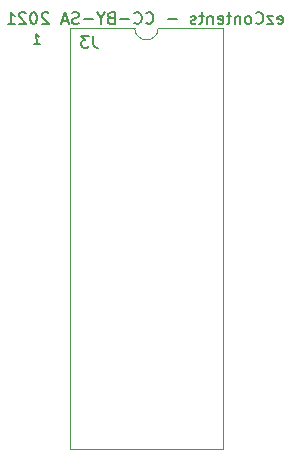
<source format=gbo>
G04 #@! TF.GenerationSoftware,KiCad,Pcbnew,(5.1.8-0-10_14)*
G04 #@! TF.CreationDate,2021-07-28T22:27:14+02:00*
G04 #@! TF.ProjectId,C64_PLA,4336345f-504c-4412-9e6b-696361645f70,rev?*
G04 #@! TF.SameCoordinates,Original*
G04 #@! TF.FileFunction,Legend,Bot*
G04 #@! TF.FilePolarity,Positive*
%FSLAX46Y46*%
G04 Gerber Fmt 4.6, Leading zero omitted, Abs format (unit mm)*
G04 Created by KiCad (PCBNEW (5.1.8-0-10_14)) date 2021-07-28 22:27:14*
%MOMM*%
%LPD*%
G01*
G04 APERTURE LIST*
%ADD10C,0.150000*%
%ADD11C,0.120000*%
G04 APERTURE END LIST*
D10*
X138353854Y-102611904D02*
X138810997Y-102611904D01*
X138582425Y-102611904D02*
X138482425Y-101811904D01*
X138572901Y-101926190D01*
X138658616Y-102002380D01*
X138739568Y-102040476D01*
X158964285Y-100904761D02*
X159059523Y-100952380D01*
X159250000Y-100952380D01*
X159345238Y-100904761D01*
X159392857Y-100809523D01*
X159392857Y-100428571D01*
X159345238Y-100333333D01*
X159250000Y-100285714D01*
X159059523Y-100285714D01*
X158964285Y-100333333D01*
X158916666Y-100428571D01*
X158916666Y-100523809D01*
X159392857Y-100619047D01*
X158583333Y-100285714D02*
X158059523Y-100285714D01*
X158583333Y-100952380D01*
X158059523Y-100952380D01*
X157107142Y-100857142D02*
X157154761Y-100904761D01*
X157297619Y-100952380D01*
X157392857Y-100952380D01*
X157535714Y-100904761D01*
X157630952Y-100809523D01*
X157678571Y-100714285D01*
X157726190Y-100523809D01*
X157726190Y-100380952D01*
X157678571Y-100190476D01*
X157630952Y-100095238D01*
X157535714Y-100000000D01*
X157392857Y-99952380D01*
X157297619Y-99952380D01*
X157154761Y-100000000D01*
X157107142Y-100047619D01*
X156535714Y-100952380D02*
X156630952Y-100904761D01*
X156678571Y-100857142D01*
X156726190Y-100761904D01*
X156726190Y-100476190D01*
X156678571Y-100380952D01*
X156630952Y-100333333D01*
X156535714Y-100285714D01*
X156392857Y-100285714D01*
X156297619Y-100333333D01*
X156250000Y-100380952D01*
X156202380Y-100476190D01*
X156202380Y-100761904D01*
X156250000Y-100857142D01*
X156297619Y-100904761D01*
X156392857Y-100952380D01*
X156535714Y-100952380D01*
X155773809Y-100285714D02*
X155773809Y-100952380D01*
X155773809Y-100380952D02*
X155726190Y-100333333D01*
X155630952Y-100285714D01*
X155488095Y-100285714D01*
X155392857Y-100333333D01*
X155345238Y-100428571D01*
X155345238Y-100952380D01*
X155011904Y-100285714D02*
X154630952Y-100285714D01*
X154869047Y-99952380D02*
X154869047Y-100809523D01*
X154821428Y-100904761D01*
X154726190Y-100952380D01*
X154630952Y-100952380D01*
X153916666Y-100904761D02*
X154011904Y-100952380D01*
X154202380Y-100952380D01*
X154297619Y-100904761D01*
X154345238Y-100809523D01*
X154345238Y-100428571D01*
X154297619Y-100333333D01*
X154202380Y-100285714D01*
X154011904Y-100285714D01*
X153916666Y-100333333D01*
X153869047Y-100428571D01*
X153869047Y-100523809D01*
X154345238Y-100619047D01*
X153440476Y-100285714D02*
X153440476Y-100952380D01*
X153440476Y-100380952D02*
X153392857Y-100333333D01*
X153297619Y-100285714D01*
X153154761Y-100285714D01*
X153059523Y-100333333D01*
X153011904Y-100428571D01*
X153011904Y-100952380D01*
X152678571Y-100285714D02*
X152297619Y-100285714D01*
X152535714Y-99952380D02*
X152535714Y-100809523D01*
X152488095Y-100904761D01*
X152392857Y-100952380D01*
X152297619Y-100952380D01*
X152011904Y-100904761D02*
X151916666Y-100952380D01*
X151726190Y-100952380D01*
X151630952Y-100904761D01*
X151583333Y-100809523D01*
X151583333Y-100761904D01*
X151630952Y-100666666D01*
X151726190Y-100619047D01*
X151869047Y-100619047D01*
X151964285Y-100571428D01*
X152011904Y-100476190D01*
X152011904Y-100428571D01*
X151964285Y-100333333D01*
X151869047Y-100285714D01*
X151726190Y-100285714D01*
X151630952Y-100333333D01*
X150392857Y-100571428D02*
X149630952Y-100571428D01*
X147821428Y-100857142D02*
X147869047Y-100904761D01*
X148011904Y-100952380D01*
X148107142Y-100952380D01*
X148250000Y-100904761D01*
X148345238Y-100809523D01*
X148392857Y-100714285D01*
X148440476Y-100523809D01*
X148440476Y-100380952D01*
X148392857Y-100190476D01*
X148345238Y-100095238D01*
X148250000Y-100000000D01*
X148107142Y-99952380D01*
X148011904Y-99952380D01*
X147869047Y-100000000D01*
X147821428Y-100047619D01*
X146821428Y-100857142D02*
X146869047Y-100904761D01*
X147011904Y-100952380D01*
X147107142Y-100952380D01*
X147250000Y-100904761D01*
X147345238Y-100809523D01*
X147392857Y-100714285D01*
X147440476Y-100523809D01*
X147440476Y-100380952D01*
X147392857Y-100190476D01*
X147345238Y-100095238D01*
X147250000Y-100000000D01*
X147107142Y-99952380D01*
X147011904Y-99952380D01*
X146869047Y-100000000D01*
X146821428Y-100047619D01*
X146392857Y-100571428D02*
X145630952Y-100571428D01*
X144821428Y-100428571D02*
X144678571Y-100476190D01*
X144630952Y-100523809D01*
X144583333Y-100619047D01*
X144583333Y-100761904D01*
X144630952Y-100857142D01*
X144678571Y-100904761D01*
X144773809Y-100952380D01*
X145154761Y-100952380D01*
X145154761Y-99952380D01*
X144821428Y-99952380D01*
X144726190Y-100000000D01*
X144678571Y-100047619D01*
X144630952Y-100142857D01*
X144630952Y-100238095D01*
X144678571Y-100333333D01*
X144726190Y-100380952D01*
X144821428Y-100428571D01*
X145154761Y-100428571D01*
X143964285Y-100476190D02*
X143964285Y-100952380D01*
X144297619Y-99952380D02*
X143964285Y-100476190D01*
X143630952Y-99952380D01*
X143297619Y-100571428D02*
X142535714Y-100571428D01*
X142107142Y-100904761D02*
X141964285Y-100952380D01*
X141726190Y-100952380D01*
X141630952Y-100904761D01*
X141583333Y-100857142D01*
X141535714Y-100761904D01*
X141535714Y-100666666D01*
X141583333Y-100571428D01*
X141630952Y-100523809D01*
X141726190Y-100476190D01*
X141916666Y-100428571D01*
X142011904Y-100380952D01*
X142059523Y-100333333D01*
X142107142Y-100238095D01*
X142107142Y-100142857D01*
X142059523Y-100047619D01*
X142011904Y-100000000D01*
X141916666Y-99952380D01*
X141678571Y-99952380D01*
X141535714Y-100000000D01*
X141154761Y-100666666D02*
X140678571Y-100666666D01*
X141250000Y-100952380D02*
X140916666Y-99952380D01*
X140583333Y-100952380D01*
X139535714Y-100047619D02*
X139488095Y-100000000D01*
X139392857Y-99952380D01*
X139154761Y-99952380D01*
X139059523Y-100000000D01*
X139011904Y-100047619D01*
X138964285Y-100142857D01*
X138964285Y-100238095D01*
X139011904Y-100380952D01*
X139583333Y-100952380D01*
X138964285Y-100952380D01*
X138345238Y-99952380D02*
X138250000Y-99952380D01*
X138154761Y-100000000D01*
X138107142Y-100047619D01*
X138059523Y-100142857D01*
X138011904Y-100333333D01*
X138011904Y-100571428D01*
X138059523Y-100761904D01*
X138107142Y-100857142D01*
X138154761Y-100904761D01*
X138250000Y-100952380D01*
X138345238Y-100952380D01*
X138440476Y-100904761D01*
X138488095Y-100857142D01*
X138535714Y-100761904D01*
X138583333Y-100571428D01*
X138583333Y-100333333D01*
X138535714Y-100142857D01*
X138488095Y-100047619D01*
X138440476Y-100000000D01*
X138345238Y-99952380D01*
X137630952Y-100047619D02*
X137583333Y-100000000D01*
X137488095Y-99952380D01*
X137250000Y-99952380D01*
X137154761Y-100000000D01*
X137107142Y-100047619D01*
X137059523Y-100142857D01*
X137059523Y-100238095D01*
X137107142Y-100380952D01*
X137678571Y-100952380D01*
X137059523Y-100952380D01*
X136107142Y-100952380D02*
X136678571Y-100952380D01*
X136392857Y-100952380D02*
X136392857Y-99952380D01*
X136488095Y-100095238D01*
X136583333Y-100190476D01*
X136678571Y-100238095D01*
D11*
X148847600Y-101287000D02*
G75*
G02*
X146847600Y-101287000I-1000000J0D01*
G01*
X154307600Y-101287000D02*
X148847600Y-101287000D01*
X154307600Y-136967000D02*
X154307600Y-101287000D01*
X141387600Y-136967000D02*
X154307600Y-136967000D01*
X141387600Y-101287000D02*
X141387600Y-136967000D01*
X146847600Y-101287000D02*
X141387600Y-101287000D01*
D10*
X143333333Y-101952380D02*
X143333333Y-102666666D01*
X143380952Y-102809523D01*
X143476190Y-102904761D01*
X143619047Y-102952380D01*
X143714285Y-102952380D01*
X142952380Y-101952380D02*
X142333333Y-101952380D01*
X142666666Y-102333333D01*
X142523809Y-102333333D01*
X142428571Y-102380952D01*
X142380952Y-102428571D01*
X142333333Y-102523809D01*
X142333333Y-102761904D01*
X142380952Y-102857142D01*
X142428571Y-102904761D01*
X142523809Y-102952380D01*
X142809523Y-102952380D01*
X142904761Y-102904761D01*
X142952380Y-102857142D01*
M02*

</source>
